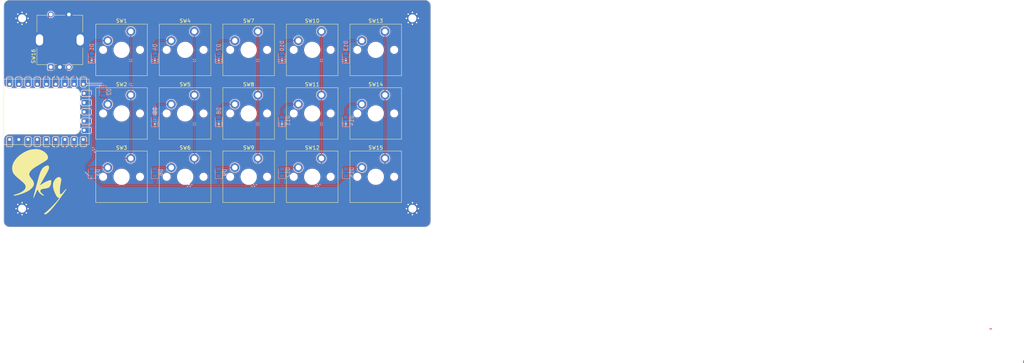
<source format=kicad_pcb>
(kicad_pcb (version 20240225) (generator "pcbnew") (generator_version "8.99")
  (layers (0 "F.Cu" signal) (31 "B.Cu" signal) (34 "B.Paste" user) (35 "F.Paste" user) (36 "B.SilkS" user "B.Silkscreen") (37 "F.SilkS" user "F.Silkscreen") (38 "B.Mask" user) (39 "F.Mask" user) (44 "Edge.Cuts" user))
  (net 0 "")
  (net 1 "GND")
  (net 2 "Row0")
  (net 3 "Net-(D1-A)")
  (net 4 "Row1")
  (net 5 "Net-(D2-A)")
  (net 6 "Row2")
  (net 7 "Net-(D3-A)")
  (net 8 "Net-(D4-A)")
  (net 9 "Net-(D5-A)")
  (net 10 "Net-(D6-A)")
  (net 11 "Net-(D7-A)")
  (net 12 "Net-(D8-A)")
  (net 13 "Net-(D9-A)")
  (net 14 "Net-(D10-A)")
  (net 15 "Net-(D11-A)")
  (net 16 "Net-(D12-A)")
  (net 17 "Net-(D13-A)")
  (net 18 "Net-(D14-A)")
  (net 19 "Net-(D15-A)")
  (net 20 "Col0")
  (net 21 "Col1")
  (net 22 "Col2")
  (net 23 "Col3")
  (net 24 "Col4")
  (net 25 "+3.3V")
  (net 26 "+5V")
  (net 27 "Rot_SW")
  (net 28 "Rot_A")
  (net 29 "Rot_B")
  (footprint "PCM_Switch_Keyboard_Cherry_MX:SW_Cherry_MX_PCB" (layer "F.Cu") (at 122.4 78.7)
    (property "Reference" "SW15")
    (property "Value" "Cherry")
  )
  (footprint "PCM_Switch_Keyboard_Cherry_MX:SW_Cherry_MX_PCB" (layer "F.Cu") (at 104.9 43.7)
    (property "Reference" "SW10")
    (property "Value" "Cherry")
  )
  (footprint "RP2040-Zero:RP2040-Zero" (layer "F.Cu") (at 44.42 70.955 90)
    (property "Reference" "RZ1" (hide yes))
    (property "Value" "RP2040-Zero" (hide yes))
  )
  (footprint "PCM_Switch_Keyboard_Cherry_MX:SW_Cherry_MX_PCB" (layer "F.Cu") (at 52.4 61.24)
    (property "Reference" "SW2")
    (property "Value" "Cherry")
  )
  (footprint "PCM_Switch_Keyboard_Cherry_MX:SW_Cherry_MX_PCB" (layer "F.Cu") (at 52.4 43.7)
    (property "Reference" "SW1")
    (property "Value" "Cherry")
  )
  (footprint "MountingHole:MountingHole_2.2mm_M2_Pad_Via" (layer "F.Cu") (at 25 87.5)
    (property "Reference" "H3" (hide yes))
    (property "Value" "GND" (hide yes))
  )
  (footprint "PCM_Switch_Keyboard_Cherry_MX:SW_Cherry_MX_PCB" (layer "F.Cu") (at 69.9 61.24)
    (property "Reference" "SW5")
    (property "Value" "Cherry")
  )
  (footprint "PCM_Switch_Keyboard_Cherry_MX:SW_Cherry_MX_PCB" (layer "F.Cu") (at 104.9 78.7)
    (property "Reference" "SW12")
    (property "Value" "Cherry")
  )
  (footprint "Rotary_Encoder:RotaryEncoder_Bourns_Vertical_PEC12R-3x17F-Sxxxx" (layer "F.Cu") (at 32.9 48.45 90)
    (property "Reference" "SW16")
    (property "Value" "RotaryEncoder_Switch")
  )
  (footprint "MountingHole:MountingHole_2.2mm_M2_Pad_Via" (layer "F.Cu") (at 132.5 35)
    (property "Reference" "H2" (hide yes))
    (property "Value" "GND" (hide yes))
  )
  (footprint "PCM_Switch_Keyboard_Cherry_MX:SW_Cherry_MX_PCB" (layer "F.Cu") (at 87.4 61.24)
    (property "Reference" "SW8")
    (property "Value" "Cherry")
  )
  (footprint "PCM_Switch_Keyboard_Cherry_MX:SW_Cherry_MX_PCB" (layer "F.Cu") (at 122.4 43.7)
    (property "Reference" "SW13")
    (property "Value" "Cherry")
  )
  (footprint "PCM_Switch_Keyboard_Cherry_MX:SW_Cherry_MX_PCB" (layer "F.Cu") (at 69.9 43.7)
    (property "Reference" "SW4")
    (property "Value" "Cherry")
  )
  (footprint "PCM_Switch_Keyboard_Cherry_MX:SW_Cherry_MX_PCB" (layer "F.Cu") (at 87.4 78.7)
    (property "Reference" "SW9")
    (property "Value" "Cherry")
  )
  (footprint "PCM_Switch_Keyboard_Cherry_MX:SW_Cherry_MX_PCB" (layer "F.Cu") (at 69.9 78.7)
    (property "Reference" "SW6")
    (property "Value" "Cherry")
  )
  (footprint "PCM_Switch_Keyboard_Cherry_MX:SW_Cherry_MX_PCB" (layer "F.Cu") (at 52.4 78.7)
    (property "Reference" "SW3")
    (property "Value" "Cherry")
  )
  (footprint "PCM_Switch_Keyboard_Cherry_MX:SW_Cherry_MX_PCB" (layer "F.Cu") (at 104.9 61.24)
    (property "Reference" "SW11")
    (property "Value" "Cherry")
  )
  (footprint "PCM_Switch_Keyboard_Cherry_MX:SW_Cherry_MX_PCB" (layer "F.Cu") (at 87.4 43.7)
    (property "Reference" "SW7")
    (property "Value" "Cherry")
  )
  (footprint "MountingHole:MountingHole_2.2mm_M2_Pad_Via" (layer "F.Cu") (at 25 35)
    (property "Reference" "H1" (hide yes))
    (property "Value" "GND" (hide yes))
  )
  (footprint "MountingHole:MountingHole_2.2mm_M2_Pad_Via" (layer "F.Cu") (at 132.5 87.5)
    (property "Reference" "H4" (hide yes))
    (property "Value" "GND" (hide yes))
  )
  (footprint "PCM_Switch_Keyboard_Cherry_MX:SW_Cherry_MX_PCB" (layer "F.Cu") (at 122.4 61.24)
    (property "Reference" "SW14")
    (property "Value" "Cherry")
  )
  (footprint "Diode_SMD:D_0805_2012Metric" (layer "B.Cu") (at 47.25 55.3125 -90)
    (property "Reference" "D2")
    (property "Value" "D_Small")
  )
  (footprint "Diode_SMD:D_0805_2012Metric" (layer "B.Cu") (at 44.18 45.6625 90)
    (property "Reference" "D1")
    (property "Value" "D_Small")
  )
  (footprint "Diode_SMD:D_0805_2012Metric" (layer "B.Cu") (at 79.18 77.5 90)
    (property "Reference" "D9")
    (property "Value" "D_Small")
  )
  (footprint "Diode_SMD:D_0805_2012Metric" (layer "B.Cu") (at 114.18 77.5 90)
    (property "Reference" "D15")
    (property "Value" "D_Small")
  )
  (footprint "Diode_SMD:D_0805_2012Metric" (layer "B.Cu") (at 79.18 63.2025 90)
    (property "Reference" "D8")
    (property "Value" "D_Small")
  )
  (footprint "Diode_SMD:D_0805_2012Metric" (layer "B.Cu") (at 61.58 77.5 90)
    (property "Reference" "D6")
    (property "Value" "D_Small")
  )
  (footprint "Diode_SMD:D_0805_2012Metric" (layer "B.Cu") (at 79.18 45.6625 90)
    (property "Reference" "D7")
    (property "Value" "D_Small")
  )
  (footprint "Diode_SMD:D_0805_2012Metric" (layer "B.Cu") (at 61.58 45.6625 90)
    (property "Reference" "D4")
    (property "Value" "D_Small")
  )
  (footprint "Diode_SMD:D_0805_2012Metric" (layer "B.Cu") (at 96.58 45.6625 90)
    (property "Reference" "D10")
    (property "Value" "D_Small")
  )
  (footprint "Diode_SMD:D_0805_2012Metric" (layer "B.Cu") (at 114.18 45.6625 90)
    (property "Reference" "D13")
    (property "Value" "D_Small")
  )
  (footprint "Diode_SMD:D_0805_2012Metric" (layer "B.Cu") (at 114.18 63.2025 90)
    (property "Reference" "D14")
    (property "Value" "D_Small")
  )
  (footprint "Diode_SMD:D_0805_2012Metric" (layer "B.Cu") (at 44.18 77.5 90)
    (property "Reference" "D3")
    (property "Value" "D_Small")
  )
  (footprint "Diode_SMD:D_0805_2012Metric" (layer "B.Cu") (at 96.58 77.5 90)
    (property "Reference" "D12")
    (property "Value" "D_Small")
  )
  (footprint "Diode_SMD:D_0805_2012Metric" (layer "B.Cu") (at 61.58 63.2025 90)
    (property "Reference" "D5")
    (property "Value" "D_Small")
  )
  (footprint "Diode_SMD:D_0805_2012Metric" (layer "B.Cu") (at 96.58 63.2025 90)
    (property "Reference" "D11")
    (property "Value" "D_Small")
  )
  (gr_line (start 300.85 129.45) (end 300.85 130) (stroke (width 0.2)) (layer "F.Cu"))
  (gr_line (start 292.05 120.65) (end 291.5 120.65) (stroke (width 0.2)) (layer "F.Cu"))
  (gr_poly (pts (xy 35.151934 78.773721) (xy 35.175252 78.775168) (xy 35.198652 78.777705) (xy 35.222098 78.781306) (xy 35.268981 78.791597) (xy 35.315605 78.805833) (xy 35.361677 78.823806) (xy 35.4069 78.845309) (xy 35.450981 78.870134) (xy 35.493623 78.898073) (xy 35.534533 78.928917) (xy 35.573415 78.96246) (xy 35.609974 78.998494) (xy 35.643915 79.03681) (xy 35.674943 79.077201) (xy 35.702764 79.119458) (xy 35.727082 79.163376) (xy 35.747603 79.208744) (xy 35.765886 79.256047) (xy 35.781315 79.301502) (xy 35.787906 79.324105) (xy 35.79372 79.346927) (xy 35.798735 79.370197) (xy 35.802931 79.394141) (xy 35.806285 79.418988) (xy 35.808777 79.444963) (xy 35.810386 79.472296) (xy 35.81109 79.501212) (xy 35.810868 79.531939) (xy 35.809699 79.564706) (xy 35.807561 79.599738) (xy 35.804434 79.637264) (xy 35.795125 79.720705) (xy 35.781602 79.816847) (xy 35.763697 79.92751) (xy 35.741237 80.054513) (xy 35.714055 80.199673) (xy 35.681979 80.36481) (xy 35.602468 80.76229) (xy 35.56178 80.973876) (xy 35.527641 81.174921) (xy 35.499596 81.369873) (xy 35.477195 81.563182) (xy 35.459983 81.759298) (xy 35.447509 81.96267) (xy 35.439319 82.177747) (xy 35.434962 82.408979) (xy 35.432805 82.674042) (xy 35.433438 82.881482) (xy 35.437913 83.040061) (xy 35.441922 83.103766) (xy 35.447286 83.158541) (xy 35.454139 83.205481) (xy 35.462611 83.245681) (xy 35.472834 83.280238) (xy 35.484941 83.310245) (xy 35.499062 83.336798) (xy 35.515331 83.360993) (xy 35.533878 83.383924) (xy 35.554835 83.406686) (xy 35.568926 83.420643) (xy 35.583386 83.433678) (xy 35.598127 83.445752) (xy 35.613056 83.456827) (xy 35.628085 83.466868) (xy 35.643122 83.475834) (xy 35.658077 83.48369) (xy 35.672861 83.490396) (xy 35.687382 83.495917) (xy 35.70155 83.500213) (xy 35.715275 83.503247) (xy 35.728467 83.504982) (xy 35.741036 83.505379) (xy 35.747058 83.505065) (xy 35.75289 83.504402) (xy 35.758521 83.503386) (xy 35.76394 83.502012) (xy 35.769136 83.500275) (xy 35.774096 83.498171) (xy 35.785882 83.490773) (xy 35.802456 83.477581) (xy 35.823515 83.458919) (xy 35.848755 83.435112) (xy 35.877871 83.406482) (xy 35.910559 83.373356) (xy 35.985437 83.294906) (xy 36.070957 83.202356) (xy 36.164687 83.098299) (xy 36.264194 82.985328) (xy 36.367046 82.866036) (xy 36.552793 82.651797) (xy 36.71705 82.469795) (xy 36.85986 82.319991) (xy 36.923236 82.257151) (xy 36.981266 82.202346) (xy 37.033955 82.155572) (xy 37.08131 82.116822) (xy 37.123335 82.086093) (xy 37.160035 82.063379) (xy 37.191417 82.048675) (xy 37.217484 82.041977) (xy 37.228527 82.041629) (xy 37.238243 82.04328) (xy 37.246634 82.04693) (xy 37.253699 82.052579) (xy 37.255028 82.059879) (xy 37.251362 82.073739) (xy 37.229275 82.120815) (xy 37.187894 82.193152) (xy 37.127677 82.290096) (xy 36.952562 82.555185) (xy 36.707585 82.910847) (xy 36.396401 83.351845) (xy 36.022666 83.872943) (xy 35.590035 84.468905) (xy 35.102165 85.134495) (xy 34.705394 85.669742) (xy 34.349389 86.14142) (xy 34.026837 86.558527) (xy 33.730427 86.930067) (xy 33.452845 87.265038) (xy 33.186778 87.572444) (xy 32.924914 87.861284) (xy 32.65994 88.14056) (xy 32.511275 88.290968) (xy 32.369568 88.428251) (xy 32.23481 88.552414) (xy 32.106992 88.663464) (xy 31.986102 88.761404) (xy 31.872132 88.846241) (xy 31.765071 88.91798) (xy 31.66491 88.976626) (xy 31.571638 89.022184) (xy 31.485246 89.05466) (xy 31.444627 89.065994) (xy 31.405725 89.074059) (xy 31.368537 89.078856) (xy 31.333063 89.080386) (xy 31.299302 89.07865) (xy 31.267252 89.073647) (xy 31.236912 89.06538) (xy 31.208281 89.053847) (xy 31.181358 89.039051) (xy 31.156141 89.020992) (xy 31.132629 88.99967) (xy 31.110821 88.975086) (xy 31.11082 88.975088) (xy 31.097797 88.958197) (xy 31.092081 88.950234) (xy 31.086911 88.942555) (xy 31.082297 88.935133) (xy 31.07825 88.92794) (xy 31.074782 88.920948) (xy 31.071903 88.914129) (xy 31.069625 88.907457) (xy 31.067958 88.900902) (xy 31.066914 88.894437) (xy 31.066504 88.888035) (xy 31.066739 88.881667) (xy 31.067629 88.875307) (xy 31.069187 88.868925) (xy 31.071423 88.862495) (xy 31.074347 88.855989) (xy 31.077972 88.849379) (xy 31.082308 88.842637) (xy 31.087367 88.835736) (xy 31.093159 88.828647) (xy 31.099695 88.821343) (xy 31.106987 88.813796) (xy 31.115046 88.805979) (xy 31.123882 88.797864) (xy 31.133507 88.789422) (xy 31.155167 88.771451) (xy 31.180115 88.751842) (xy 31.208439 88.730374) (xy 31.399221 88.582165) (xy 31.609237 88.409089) (xy 32.074228 88.001069) (xy 32.577919 87.531782) (xy 33.094815 87.026697) (xy 33.599423 86.511282) (xy 34.066249 86.011006) (xy 34.4698 85.551338) (xy 34.63988 85.344691) (xy 34.784581 85.157747) (xy 34.947507 84.936254) (xy 35.080928 84.750153) (xy 35.132272 84.67648) (xy 35.171078 84.618982) (xy 35.195623 84.5801) (xy 35.20201 84.568404) (xy 35.204187 84.562279) (xy 35.203959 84.560622) (xy 35.203281 84.558892) (xy 35.202166 84.557094) (xy 35.200625 84.555232) (xy 35.198668 84.55331) (xy 35.196306 84.551332) (xy 35.193552 84.549303) (xy 35.190416 84.547227) (xy 35.183042 84.542953) (xy 35.174276 84.538543) (xy 35.164205 84.534032) (xy 35.15292 84.529455) (xy 35.14051 84.524848) (xy 35.127065 84.520243) (xy 35.112674 84.515677) (xy 35.097426 84.511184) (xy 35.081411 84.506798) (xy 35.064719 84.502554) (xy 35.047439 84.498488) (xy 35.02966 84.494633) (xy 35.00052 84.488011) (xy 34.972081 84.480351) (xy 34.94428 84.471576) (xy 34.917056 84.461609) (xy 34.890349 84.450375) (xy 34.864096 84.437796) (xy 34.838236 84.423798) (xy 34.812708 84.408303) (xy 34.78745 84.391234) (xy 34.762402 84.372517) (xy 34.7375 84.352074) (xy 34.712685 84.32983) (xy 34.687894 84.305707) (xy 34.663067 84.279629) (xy 34.638142 84.251521) (xy 34.613057 84.221306) (xy 34.587751 84.188908) (xy 34.562163 84.15425) (xy 34.536231 84.117256) (xy 34.509894 84.07785) (xy 34.455759 83.991495) (xy 34.399266 83.894576) (xy 34.339924 83.786482) (xy 34.277242 83.666602) (xy 34.210729 83.534326) (xy 34.139893 83.389044) (xy 33.983067 83.046752) (xy 33.848262 82.716985) (xy 33.73549 82.3994) (xy 33.644764 82.093654) (xy 33.576093 81.799404) (xy 33.52949 81.516308) (xy 33.504967 81.244023) (xy 33.502534 80.982206) (xy 33.522204 80.730515) (xy 33.563987 80.488607) (xy 33.627896 80.256139) (xy 33.713941 80.032769) (xy 33.822135 79.818153) (xy 33.952488 79.611949) (xy 34.105013 79.413815) (xy 34.279721 79.223407) (xy 34.325077 79.180059) (xy 34.373992 79.137399) (xy 34.425922 79.095715) (xy 34.480326 79.055294) (xy 34.536661 79.016424) (xy 34.594385 78.979391) (xy 34.652957 78.944485) (xy 34.711833 78.911991) (xy 34.770471 78.882197) (xy 34.828329 78.855391) (xy 34.884866 78.83186) (xy 34.939538 78.811891) (xy 34.991803 78.795773) (xy 35.041119 78.783791) (xy 35.086945 78.776235) (xy 35.128737 78.773391)) (fill solid) (layer "F.SilkS"))
  (gr_poly (pts (xy 28.908016 71.081656) (xy 29.050623 71.086356) (xy 29.187221 71.094684) (xy 29.318702 71.106801) (xy 29.445961 71.12287) (xy 29.56989 71.143053) (xy 29.691383 71.167514) (xy 29.811334 71.196414) (xy 29.930635 71.229916) (xy 30.05018 71.268183) (xy 30.170863 71.311376) (xy 30.293577 71.35966) (xy 30.419216 71.413195) (xy 30.548672 71.472146) (xy 30.695879 71.545554) (xy 30.838944 71.625633) (xy 30.977341 71.711827) (xy 31.110547 71.803578) (xy 31.238038 71.900329) (xy 31.359289 72.001523) (xy 31.473776 72.106602) (xy 31.580975 72.215009) (xy 31.680362 72.326187) (xy 31.771412 72.43958) (xy 31.853602 72.554629) (xy 31.926406 72.670777) (xy 31.989302 72.787468) (xy 32.041764 72.904144) (xy 32.083269 73.020249) (xy 32.113292 73.135224) (xy 32.12431 73.197913) (xy 32.131192 73.261439) (xy 32.134035 73.325465) (xy 32.132936 73.389655) (xy 32.127993 73.453675) (xy 32.119303 73.517188) (xy 32.106964 73.579858) (xy 32.091073 73.64135) (xy 32.071727 73.701328) (xy 32.049024 73.759456) (xy 32.023062 73.815398) (xy 31.993937 73.868818) (xy 31.961748 73.919382) (xy 31.926591 73.966752) (xy 31.888564 74.010594) (xy 31.847764 74.050571) (xy 31.806533 74.084698) (xy 31.748097 74.128507) (xy 31.582857 74.24313) (xy 31.358546 74.390366) (xy 31.081665 74.566139) (xy 30.758715 74.766374) (xy 30.396196 74.986996) (xy 30.000611 75.223929) (xy 29.578459 75.473099) (xy 29.068717 75.778722) (xy 28.629528 76.057586) (xy 28.434599 76.188429) (xy 28.255157 76.314316) (xy 28.090486 76.435827) (xy 27.939868 76.553539) (xy 27.802587 76.66803) (xy 27.677925 76.779879) (xy 27.565166 76.889665) (xy 27.463593 76.997964) (xy 27.372489 77.105356) (xy 27.291137 77.212419) (xy 27.21882 77.319731) (xy 27.154821 77.42787) (xy 27.100068 77.533405) (xy 27.076346 77.584648) (xy 27.055103 77.635042) (xy 27.036368 77.684712) (xy 27.020172 77.733783) (xy 27.006545 77.782381) (xy 26.995519 77.83063) (xy 26.987124 77.878657) (xy 26.98139 77.926585) (xy 26.978349 77.97454) (xy 26.97803 78.022648) (xy 26.980464 78.071034) (xy 26.985683 78.119822) (xy 26.993716 78.169138) (xy 27.004594 78.219108) (xy 27.018348 78.269856) (xy 27.035009 78.321507) (xy 27.054607 78.374188) (xy 27.077172 78.428022) (xy 27.102736 78.483135) (xy 27.131329 78.539653) (xy 27.197723 78.657403) (xy 27.276601 78.782272) (xy 27.368207 78.915263) (xy 27.472786 79.057377) (xy 27.590583 79.209615) (xy 27.769407 79.439803) (xy 27.845545 79.541369) (xy 27.913498 79.635172) (xy 27.973762 79.722151) (xy 28.026835 79.803247) (xy 28.073213 79.879401) (xy 28.113395 79.951554) (xy 28.147877 80.020646) (xy 28.177156 80.087618) (xy 28.201731 80.15341) (xy 28.222097 80.218963) (xy 28.238753 80.285218) (xy 28.252195 80.353116) (xy 28.262921 80.423596) (xy 28.271428 80.4976) (xy 28.276434 80.551993) (xy 28.280147 80.602505) (xy 28.282465 80.649688) (xy 28.283284 80.694095) (xy 28.282503 80.736281) (xy 28.280018 80.776797) (xy 28.275727 80.816198) (xy 28.269527 80.855037) (xy 28.261316 80.893866) (xy 28.25099 80.933239) (xy 28.238448 80.973709) (xy 28.223587 81.01583) (xy 28.206303 81.060154) (xy 28.186495 81.107234) (xy 28.16406 81.157625) (xy 28.138894 81.211879) (xy 28.095642 81.296308) (xy 28.044683 81.382672) (xy 27.986388 81.470609) (xy 27.921124 81.559757) (xy 27.849262 81.649755) (xy 27.771172 81.740242) (xy 27.687221 81.830854) (xy 27.597781 81.921231) (xy 27.503219 82.011012) (xy 27.403907 82.099833) (xy 27.300212 82.187335) (xy 27.192504 82.273154) (xy 27.081153 82.35693) (xy 26.966529 82.438301) (xy 26.848999 82.516904) (xy 26.728935 82.59238) (xy 26.551385 82.695297) (xy 26.356003 82.79911) (xy 26.145053 82.903023) (xy 25.920795 83.006239) (xy 25.685492 83.107961) (xy 25.441407 83.207392) (xy 24.93594 83.396194) (xy 24.42249 83.566271) (xy 24.168427 83.642296) (xy 23.919156 83.711249) (xy 23.676938 83.772333) (xy 23.444036 83.824752) (xy 23.222712 83.867709) (xy 23.015228 83.900407) (xy 22.914481 83.913488) (xy 22.872743 83.918187) (xy 22.836378 83.92158) (xy 22.805101 83.92361) (xy 22.778624 83.924217) (xy 22.75666 83.923343) (xy 22.738921 83.92093) (xy 22.725121 83.916919) (xy 22.719609 83.914296) (xy 22.714973 83.911252) (xy 22.711178 83.907779) (xy 22.708189 83.90387) (xy 22.705969 83.899518) (xy 22.704482 83.894715) (xy 22.703693 83.889455) (xy 22.703565 83.883729) (xy 22.705151 83.870852) (xy 22.708954 83.856027) (xy 22.714685 83.839195) (xy 22.714684 83.839196) (xy 22.718622 83.827541) (xy 22.721668 83.816335) (xy 22.723836 83.805617) (xy 22.725138 83.795427) (xy 22.725587 83.785801) (xy 22.725196 83.77678) (xy 22.724689 83.772508) (xy 22.723977 83.768401) (xy 22.723062 83.764465) (xy 22.721944 83.760704) (xy 22.720627 83.757122) (xy 22.71911 83.753726) (xy 22.717396 83.750519) (xy 22.715487 83.747506) (xy 22.713383 83.744692) (xy 22.711087 83.742083) (xy 22.708601 83.739682) (xy 22.705925 83.737495) (xy 22.703062 83.735526) (xy 22.700013 83.73378) (xy 22.696779 83.732263) (xy 22.693362 83.730979) (xy 22.689765 83.729932) (xy 22.685988 83.729128) (xy 22.682033 83.728571) (xy 22.677901 83.728266) (xy 22.674715 83.727903) (xy 22.673033 83.727146) (xy 22.672825 83.726005) (xy 22.67406 83.72449) (xy 22.680732 83.720381) (xy 22.692797 83.714897) (xy 22.710006 83.708121) (xy 22.732107 83.700131) (xy 22.789982 83.680837) (xy 22.864417 83.65766) (xy 22.953405 83.631245) (xy 23.05494 83.602236) (xy 23.167017 83.571277) (xy 23.475531 83.481368) (xy 23.769978 83.383443) (xy 24.049552 83.278098) (xy 24.313449 83.165928) (xy 24.560863 83.047529) (xy 24.790988 82.923496) (xy 25.003018 82.794423) (xy 25.196149 82.660906) (xy 25.369576 82.523541) (xy 25.522492 82.382922) (xy 25.654092 82.239645) (xy 25.763571 82.094305) (xy 25.850123 81.947496) (xy 25.88455 81.873728) (xy 25.912943 81.799815) (xy 25.935202 81.725834) (xy 25.951226 81.651857) (xy 25.960914 81.577959) (xy 25.964166 81.504216) (xy 25.960999 81.398842) (xy 25.956802 81.347947) (xy 25.950652 81.297982) (xy 25.94239 81.248747) (xy 25.931858 81.200044) (xy 25.918896 81.151674) (xy 25.903347 81.103438) (xy 25.885052 81.055138) (xy 25.863853 81.006573) (xy 25.83959 80.957546) (xy 25.812106 80.907858) (xy 25.781242 80.85731) (xy 25.746839 80.805702) (xy 25.708739 80.752837) (xy 25.666783 80.698514) (xy 25.620813 80.642536) (xy 25.570671 80.584704) (xy 25.457233 80.46268) (xy 25.325203 80.330851) (xy 25.173311 80.187628) (xy 25.00029 80.031418) (xy 24.804871 79.860631) (xy 24.585787 79.673676) (xy 24.341769 79.468963) (xy 23.937578 79.127474) (xy 23.594375 78.826852) (xy 23.306794 78.561514) (xy 23.182185 78.440332) (xy 23.06947 78.325877) (xy 22.967977 78.217452) (xy 22.877036 78.114359) (xy 22.795976 78.0159) (xy 22.724126 77.921376) (xy 22.660817 77.83009) (xy 22.605376 77.741344) (xy 22.557133 77.654441) (xy 22.515417 77.568682) (xy 22.439819 77.385742) (xy 22.377382 77.200328) (xy 22.327955 77.012701) (xy 22.291385 76.823124) (xy 22.267521 76.631858) (xy 22.256209 76.439167) (xy 22.257299 76.245311) (xy 22.270638 76.050555) (xy 22.296073 75.855158) (xy 22.333454 75.659385) (xy 22.382626 75.463497) (xy 22.443439 75.267756) (xy 22.51574 75.072424) (xy 22.599378 74.877764) (xy 22.694199 74.684037) (xy 22.800052 74.491507) (xy 22.916785 74.300434) (xy 23.044245 74.111083) (xy 23.18228 73.923713) (xy 23.330739 73.738589) (xy 23.489469 73.555971) (xy 23.658318 73.376122) (xy 23.837134 73.199305) (xy 24.025765 73.025782) (xy 24.224058 72.855814) (xy 24.431861 72.689664) (xy 24.649023 72.527594) (xy 24.875391 72.369866) (xy 25.110813 72.216743) (xy 25.355137 72.068487) (xy 25.60821 71.925359) (xy 25.869881 71.787623) (xy 26.046069 71.700013) (xy 26.2158 71.619437) (xy 26.380004 71.545641) (xy 26.539612 71.47837) (xy 26.695555 71.417371) (xy 26.848764 71.36239) (xy 27.000169 71.313172) (xy 27.1507 71.269464) (xy 27.301289 71.231013) (xy 27.452867 71.197564) (xy 27.606363 71.168862) (xy 27.762709 71.144655) (xy 27.922835 71.124688) (xy 28.087672 71.108708) (xy 28.258151 71.09646) (xy 28.435202 71.087691) (xy 28.601199 71.082485) (xy 28.758506 71.08042)) (fill solid) (layer "F.SilkS"))
  (gr_poly (pts (xy 32.058554 75.581044) (xy 32.09682 75.586056) (xy 32.133127 75.593847) (xy 32.167462 75.604413) (xy 32.199812 75.61775) (xy 32.230165 75.633852) (xy 32.258509 75.652716) (xy 32.284831 75.674337) (xy 32.309119 75.698711) (xy 32.33136 75.725832) (xy 32.351542 75.755698) (xy 32.369652 75.788302) (xy 32.385679 75.823641) (xy 32.399608 75.861711) (xy 32.411429 75.902506) (xy 32.421129 75.946022) (xy 32.428695 75.992256) (xy 32.434114 76.041202) (xy 32.437375 76.092856) (xy 32.438465 76.147213) (xy 32.435912 76.226596) (xy 32.427405 76.308399) (xy 32.411669 76.395256) (xy 32.387431 76.489797) (xy 32.353417 76.594655) (xy 32.308353 76.712461) (xy 32.250965 76.845847) (xy 32.179979 76.997445) (xy 32.094122 77.169887) (xy 31.992119 77.365805) (xy 31.872696 77.58783) (xy 31.734581 77.838594) (xy 31.576498 78.12073) (xy 31.397175 78.436868) (xy 30.969709 79.181681) (xy 30.2313 80.47168) (xy 30.006674 80.87169) (xy 29.924175 81.027615) (xy 29.924647 81.028984) (xy 29.92605 81.029679) (xy 29.928359 81.029714) (xy 29.931552 81.029103) (xy 29.940495 81.025998) (xy 29.952694 81.020479) (xy 29.967964 81.012658) (xy 29.986119 81.002649) (xy 30.006975 80.990564) (xy 30.030345 80.976517) (xy 30.056045 80.96062) (xy 30.083889 80.942987) (xy 30.145268 80.902964) (xy 30.213001 80.857352) (xy 30.285605 80.807055) (xy 30.457574 80.689866) (xy 30.636551 80.574556) (xy 30.820684 80.461975) (xy 31.008124 80.352973) (xy 31.19702 80.248399) (xy 31.385523 80.149102) (xy 31.571783 80.055933) (xy 31.753949 79.96974) (xy 31.930171 79.891373) (xy 32.098599 79.821682) (xy 32.257382 79.761516) (xy 32.404672 79.711724) (xy 32.538617 79.673157) (xy 32.657368 79.646664) (xy 32.759074 79.633093) (xy 32.841886 79.633296) (xy 33.03561 79.652927) (xy 33.028674 80.146567) (xy 33.024959 80.289378) (xy 33.021712 80.353534) (xy 33.017341 80.413746) (xy 33.011698 80.470684) (xy 33.004636 80.525014) (xy 32.996005 80.577405) (xy 32.985658 80.628524) (xy 32.973446 80.67904) (xy 32.959221 80.72962) (xy 32.942835 80.780932) (xy 32.92414 80.833644) (xy 32.902988 80.888424) (xy 32.87923 80.94594) (xy 32.823304 81.071849) (xy 32.798322 81.124991) (xy 32.773367 81.175664) (xy 32.748429 81.223882) (xy 32.723501 81.269658) (xy 32.698572 81.313004) (xy 32.673634 81.353933) (xy 32.648676 81.392459) (xy 32.62369 81.428595) (xy 32.598666 81.462352) (xy 32.573596 81.493745) (xy 32.54847 81.522786) (xy 32.523278 81.549488) (xy 32.498011 81.573864) (xy 32.472661 81.595927) (xy 32.447218 81.61569) (xy 32.421672 81.633167) (xy 32.373468 81.661566) (xy 32.318158 81.689904) (xy 32.256257 81.718037) (xy 32.188282 81.745824) (xy 32.114751 81.773122) (xy 32.036181 81.799789) (xy 31.953088 81.825683) (xy 31.865989 81.850661) (xy 31.775402 81.874582) (xy 31.681843 81.897302) (xy 31.58583 81.91868) (xy 31.487878 81.938574) (xy 31.388507 81.956841) (xy 31.288231 81.973339) (xy 31.187569 81.987925) (xy 31.087036 82.000458) (xy 30.888203 82.025947) (xy 30.798837 82.03969) (xy 30.715897 82.05419) (xy 30.639175 82.069517) (xy 30.568464 82.085737) (xy 30.503558 82.102921) (xy 30.44425 82.121136) (xy 30.390332 82.140452) (xy 30.341599 82.160936) (xy 30.297842 82.182657) (xy 30.258857 82.205684) (xy 30.224434 82.230085) (xy 30.194369 82.255929) (xy 30.168453 82.283285) (xy 30.14648 82.31222) (xy 30.126226 82.34433) (xy 30.108487 82.376884) (xy 30.093261 82.409878) (xy 30.080545 82.443307) (xy 30.070337 82.477165) (xy 30.062634 82.511449) (xy 30.057434 82.546152) (xy 30.054734 82.58127) (xy 30.054532 82.616797) (xy 30.056826 82.652729) (xy 30.061614 82.68906) (xy 30.068892 82.725786) (xy 30.078658 82.762902) (xy 30.090911 82.800401) (xy 30.105647 82.838281) (xy 30.122864 82.876534) (xy 30.14256 82.915157) (xy 30.164732 82.954144) (xy 30.189378 82.99349) (xy 30.216495 83.033191) (xy 30.246082 83.07324) (xy 30.278135 83.113634) (xy 30.312652 83.154367) (xy 30.349631 83.195434) (xy 30.38907 83.23683) (xy 30.430965 83.278549) (xy 30.522117 83.362941) (xy 30.623067 83.448567) (xy 30.733797 83.535389) (xy 30.847389 83.622244) (xy 30.893836 83.658794) (xy 30.933713 83.691197) (xy 30.967265 83.719781) (xy 30.994738 83.744875) (xy 31.01638 83.766807) (xy 31.032436 83.785905) (xy 31.038446 83.794494) (xy 31.043152 83.802497) (xy 31.046585 83.809956) (xy 31.048776 83.816912) (xy 31.049754 83.823406) (xy 31.049552 83.829478) (xy 31.0482 83.835171) (xy 31.045729 83.840524) (xy 31.042169 83.845579) (xy 31.037551 83.850377) (xy 31.025265 83.859367) (xy 31.009117 83.86782) (xy 30.989355 83.876067) (xy 30.956315 83.885424) (xy 30.919824 83.889639) (xy 30.880124 83.888907) (xy 30.837456 83.883426) (xy 30.792064 83.873394) (xy 30.74419 83.859006) (xy 30.694076 83.84046) (xy 30.641964 83.817953) (xy 30.532717 83.761845) (xy 30.418387 83.692257) (xy 30.300913 83.610765) (xy 30.182234 83.518946) (xy 30.064288 83.418376) (xy 29.949014 83.310631) (xy 29.838351 83.197288) (xy 29.734237 83.079922) (xy 29.63861 82.960109) (xy 29.55341 82.839427) (xy 29.515326 82.779252) (xy 29.480575 82.719451) (xy 29.4494 82.66022) (xy 29.422044 82.601757) (xy 29.256209 82.222489) (xy 28.840969 83.123811) (xy 28.671362 83.495662) (xy 28.516518 83.841839) (xy 28.393546 84.123669) (xy 28.319555 84.302476) (xy 28.299406 84.352778) (xy 28.279344 84.398399) (xy 28.259536 84.439209) (xy 28.240149 84.475077) (xy 28.221351 84.505873) (xy 28.203309 84.531467) (xy 28.186191 84.551727) (xy 28.178031 84.559817) (xy 28.170164 84.566524) (xy 28.162612 84.571833) (xy 28.155396 84.575727) (xy 28.148536 84.57819) (xy 28.142053 84.579206) (xy 28.135969 84.578758) (xy 28.130304 84.576829) (xy 28.125079 84.573404) (xy 28.120315 84.568467) (xy 28.116034 84.562001) (xy 28.112255 84.553989) (xy 28.109 84.544416) (xy 28.106291 84.533264) (xy 28.104147 84.520519) (xy 28.102589 84.506163) (xy 28.101318 84.472553) (xy 28.101313 84.472553) (xy 28.160008 84.152456) (xy 28.318206 83.487966) (xy 28.825777 81.528142) (xy 29.409368 79.397736) (xy 29.662589 78.520019) (xy 29.854317 77.901403) (xy 29.926085 77.695083) (xy 30 77.5) (xy 30.076292 77.315836) (xy 30.155189 77.142275) (xy 30.23692 76.978998) (xy 30.321713 76.825687) (xy 30.409798 76.682026) (xy 30.501402 76.547695) (xy 30.596756 76.422377) (xy 30.696088 76.305755) (xy 30.799626 76.197511) (xy 30.9076 76.097327) (xy 31.020237 76.004885) (xy 31.137768 75.919867) (xy 31.26042 75.841957) (xy 31.388423 75.770836) (xy 31.511844 75.710623) (xy 31.628024 75.661741) (xy 31.736863 75.624156) (xy 31.788499 75.609588) (xy 31.838262 75.59783) (xy 31.88614 75.588878) (xy 31.932121 75.582728) (xy 31.976191 75.579376) (xy 32.01834 75.578816)) (fill solid) (layer "F.SilkS"))
  (gr_arc (start 20 68.5) (mid 20.43934 67.43934) (end 21.5 67) (stroke (width 0.1)) (layer "Edge.Cuts"))
  (gr_arc (start 41 65.5) (mid 40.56066 66.56066) (end 39.5 67) (stroke (width 0.1)) (layer "Edge.Cuts"))
  (gr_arc (start 137.5 91) (mid 137.06066 92.06066) (end 136 92.5) (stroke (width 0.1)) (layer "Edge.Cuts"))
  (gr_arc (start 20 31.5) (mid 20.43934 30.43934) (end 21.5 30) (stroke (width 0.1)) (layer "Edge.Cuts"))
  (gr_line (start 41 65.5) (end 41 55.75) (stroke (width 0.1)) (layer "Edge.Cuts"))
  (gr_arc (start 136 30) (mid 137.06066 30.43934) (end 137.5 31.5) (stroke (width 0.1)) (layer "Edge.Cuts"))
  (gr_line (start 21.5 30) (end 136 30) (stroke (width 0.1)) (layer "Edge.Cuts"))
  (gr_line (start 137.5 31.5) (end 137.5 91) (stroke (width 0.1)) (layer "Edge.Cuts"))
  (gr_arc (start 21.5 92.5) (mid 20.43934 92.06066) (end 20 91) (stroke (width 0.1)) (layer "Edge.Cuts"))
  (gr_arc (start 21.5 54.25) (mid 20.43934 53.81066) (end 20 52.75) (stroke (width 0.1)) (layer "Edge.Cuts"))
  (gr_arc (start 39.5 54.25) (mid 40.56066 54.68934) (end 41 55.75) (stroke (width 0.1)) (layer "Edge.Cuts"))
  (gr_line (start 39.5 54.25) (end 21.5 54.25) (stroke (width 0.1)) (layer "Edge.Cuts"))
  (gr_line (start 20 52.75) (end 20 31.5) (stroke (width 0.1)) (layer "Edge.Cuts"))
  (gr_line (start 20 91) (end 20 68.5) (stroke (width 0.1)) (layer "Edge.Cuts"))
  (gr_line (start 21.5 67) (end 39.5 67) (stroke (width 0.1)) (layer "Edge.Cuts"))
  (gr_line (start 136 92.5) (end 21.5 92.5) (stroke (width 0.1)) (layer "Edge.Cuts"))
  (segment (start 39.34 53.175) (end 39.34 51.44) (width 0.3) (layer "F.Cu") (net 2))
  (segment (start 44.18 46.6) (end 44.18 46.64) (width 0.3) (layer "F.Cu") (net 2))
  (segment (start 114.18 46.6) (end 44.18 46.6) (width 0.3) (layer "F.Cu") (net 2))
  (segment (start 39.34 51.44) (end 44.18 46.6) (width 0.3) (layer "F.Cu") (net 2))
  (via (at 61.58 46.6) (size 0.8) (drill 0.4) (layers "F.Cu" "B.Cu") (net 2))
  (via (at 44.18 46.6) (size 0.8) (drill 0.4) (layers "F.Cu" "B.Cu") (net 2))
  (via (at 79.18 46.6) (size 0.8) (drill 0.4) (layers "F.Cu" "B.Cu") (net 2))
  (via (at 114.18 46.6) (size 0.8) (drill 0.4) (layers "F.Cu" "B.Cu") (net 2))
  (via (at 96.58 46.6) (size 0.8) (drill 0.4) (layers "F.Cu" "B.Cu") (net 2))
  (segment (start 44.18 42) (end 45.02 41.16) (width 0.3) (layer "B.Cu") (net 3))
  (segment (start 45.02 41.16) (end 48.59 41.16) (width 0.3) (layer "B.Cu") (net 3))
  (segment (start 44.18 44.725) (end 44.18 42) (width 0.3) (layer "B.Cu") (net 3))
  (segment (start 61.58 64.14) (end 61.58 59.58) (width 0.3) (layer "F.Cu") (net 4))
  (segment (start 61.58 59.58) (end 55.175 53.175) (width 0.3) (layer "F.Cu") (net 4))
  (segment (start 61.58 64.14) (end 114.18 64.14) (width 0.3) (layer "F.Cu") (net 4))
  (segment (start 55.175 53.175) (end 41.88 53.175) (width 0.3) (layer "F.Cu") (net 4))
  (via (at 79.18 64.14) (size 0.8) (drill 0.4) (layers "F.Cu" "B.Cu") (net 4))
  (via (at 61.58 64.14) (size 0.8) (drill 0.4) (layers "F.Cu" "B.Cu") (net 4))
  (via (at 114.18 64.14) (size 0.8) (drill 0.4) (layers "F.Cu" "B.Cu") (net 4))
  (via (at 96.58 64.14) (size 0.8) (drill 0.4) (layers "F.Cu" "B.Cu") (net 4))
  (segment (start 47.25 54.375) (end 47.25 53.5) (width 0.3) (layer "B.Cu") (net 4))
  (segment (start 46.925 53.175) (end 41.88 53.175) (width 0.3) (layer "B.Cu") (net 4))
  (segment (start 47.25 53.5) (end 46.925 53.175) (width 0.3) (layer "B.Cu") (net 4))
  (segment (start 48.59 57.59) (end 48.59 58.7) (width 0.3) (layer "B.Cu") (net 5))
  (segment (start 47.25 56.25) (end 48.59 57.59) (width 0.3) (layer "B.Cu") (net 5))
  (segment (start 44.75 57) (end 43.465 55.715) (width 0.3) (layer "B.Cu") (net 6))
  (segment (start 96.58 78.4375) (end 96.58 81.1) (width 0.3) (layer "B.Cu") (net 6))
  (segment (start 79.18 78.4375) (end 79.18 81.1) (width 0.3) (layer "B.Cu") (net 6))
  (segment (start 44.18 78.4375) (end 43.6875 78.4375) (width 0.3) (layer "B.Cu") (net 6))
  (segment (start 111.5175 81.1) (end 114.18 78.4375) (width 0.3) (layer "B.Cu") (net 6))
  (segment (start 96.58 81.1) (end 111.5175 81.1) (width 0.3) (layer "B.Cu") (net 6))
  (segment (start 61.58 81.1) (end 79.18 81.1) (width 0.3) (layer "B.Cu") (net 6))
  (segment (start 44.75 73.5) (end 44.75 57) (width 0.3) (layer "B.Cu") (net 6))
  (segment (start 46.8425 81.1) (end 61.58 81.1) (width 0.3) (layer "B.Cu") (net 6))
  (segment (start 42.75 75.5) (end 44.75 73.5) (width 0.3) (layer "B.Cu") (net 6))
  (segment (start 44.18 78.4375) (end 46.8425 81.1) (width 0.3) (layer "B.Cu") (net 6))
  (segment (start 42.75 77.5) (end 42.75 75.5) (width 0.3) (layer "B.Cu") (net 6))
  (segment (start 61.58 78.4375) (end 61.58 81.1) (width 0.3) (layer "B.Cu") (net 6))
  (segment (start 79.18 81.1) (end 96.58 81.1) (width 0.3) (layer "B.Cu") (net 6))
  (segment (start 43.465 55.715) (end 42.09 55.715) (width 0.3) (layer "B.Cu") (net 6))
  (segment (start 43.6875 78.4375) (end 42.75 77.5) (width 0.3) (layer "B.Cu") (net 6))
  (segment (start 48.59 76.16) (end 44.5825 76.16) (width 0.3) (layer "B.Cu") (net 7))
  (segment (start 44.5825 76.16) (end 44.18 76.5625) (width 0.3) (layer "B.Cu") (net 7))
  (segment (start 62.42 41.16) (end 66.09 41.16) (width 0.3) (layer "B.Cu") (net 8))
  (segment (start 61.58 42) (end 62.42 41.16) (width 0.3) (layer "B.Cu") (net 8))
  (segment (start 61.58 44.725) (end 61.58 42) (width 0.3) (layer "B.Cu") (net 8))
  (segment (start 62.6 58.7) (end 66.09 58.7) (width 0.3) (layer "B.Cu") (net 9))
  (segment (start 61.58 59.72) (end 62.6 58.7) (width 0.3) (layer "B.Cu") (net 9))
  (segment (start 61.58 62.265) (end 61.58 59.72) (width 0.3) (layer "B.Cu") (net 9))
  (segment (start 66.09 76.16) (end 61.9825 76.16) (width 0.3) (layer "B.Cu") (net 10))
  (segment (start 61.9825 76.16) (end 61.58 76.5625) (width 0.3) (layer "B.Cu") (net 10))
  (segment (start 79.18 44.725) (end 79.18 42) (width 0.3) (layer "B.Cu") (net 11))
  (segment (start 80.02 41.16) (end 83.59 41.16) (width 0.3) (layer "B.Cu") (net 11))
  (segment (start 79.18 42) (end 80.02 41.16) (width 0.3) (layer "B.Cu") (net 11))
  (segment (start 80.3 58.7) (end 83.59 58.7) (width 0.3) (layer "B.Cu") (net 12))
  (segment (start 79.18 62.265) (end 79.18 59.82) (width 0.3) (layer "B.Cu") (net 12))
  (segment (start 79.18 59.82) (end 80.3 58.7) (width 0.3) (layer "B.Cu") (net 12))
  (segment (start 79.5825 76.16) (end 79.18 76.5625) (width 0.3) (layer "B.Cu") (net 13))
  (segment (start 83.59 76.16) (end 79.5825 76.16) (width 0.3) (layer "B.Cu") (net 13))
  (segment (start 96.58 42.2) (end 97.62 41.16) (width 0.3) (layer "B.Cu") (net 14))
  (segment (start 97.62 41.16) (end 101.09 41.16) (width 0.3) (layer "B.Cu") (net 14))
  (segment (start 96.58 44.725) (end 96.58 42.2) (width 0.3) (layer "B.Cu") (net 14))
  (segment (start 96.58 62.265) (end 96.58 59.92) (width 0.3) (layer "B.Cu") (net 15))
  (segment (start 97.8 58.7) (end 101.09 58.7) (width 0.3) (layer "B.Cu") (net 15))
  (segment (start 96.58 59.92) (end 97.8 58.7) (width 0.3) (layer "B.Cu") (net 15))
  (segment (start 101.09 76.16) (end 96.9825 76.16) (width 0.3) (layer "B.Cu") (net 16))
  (segment (start 96.9825 76.16) (end 96.58 76.5625) (width 0.3) (layer "B.Cu") (net 16))
  (segment (start 115.42 41.16) (end 118.59 41.16) (width 0.3) (layer "B.Cu") (net 17))
  (segment (start 114.18 44.725) (end 114.18 42.4) (width 0.3) (layer "B.Cu") (net 17))
  (segment (start 114.18 42.4) (end 115.42 41.16) (width 0.3) (layer "B.Cu") (net 17))
  (segment (start 114.18 62.265) (end 114.18 59.82) (width 0.3) (layer "B.Cu") (net 18))
  (segment (start 115.3 58.7) (end 118.59 58.7) (width 0.3) (layer "B.Cu") (net 18))
  (segment (start 114.18 59.82) (end 115.3 58.7) (width 0.3) (layer "B.Cu") (net 18))
  (segment (start 114.5825 76.16) (end 114.18 76.5625) (width 0.3) (layer "B.Cu") (net 19))
  (segment (start 118.59 76.16) (end 114.5825 76.16) (width 0.3) (layer "B.Cu") (net 19))
  (segment (start 41.88 68.415) (end 47.085 73.62) (width 0.3) (layer "F.Cu") (net 20))
  (segment (start 47.085 73.62) (end 54.94 73.62) (width 0.3) (layer "F.Cu") (net 20))
  (segment (start 54.94 38.62) (end 54.94 73.62) (width 0.3) (layer "B.Cu") (net 20))
  (segment (start 47.158439 82.5) (end 69.747056 82.5) (width 0.3) (layer "F.Cu") (net 21))
  (segment (start 39.34 68.415) (end 39.34 74.681561) (width 0.3) (layer "F.Cu") (net 21))
  (segment (start 72.44 79.807056) (end 72.44 73.62) (width 0.3) (layer "F.Cu") (net 21))
  (segment (start 39.34 74.681561) (end 47.158439 82.5) (width 0.3) (layer "F.Cu") (net 21))
  (segment (start 69.747056 82.5) (end 72.44 79.807056) (width 0.3) (layer "F.Cu") (net 21))
  (segment (start 72.44 38.62) (end 72.44 73.62) (width 0.3) (layer "B.Cu") (net 21))
  (segment (start 36.8 72.848668) (end 46.951332 83) (width 0.3) (layer "F.Cu") (net 22))
  (segment (start 87 83) (end 89.94 80.06) (width 0.3) (layer "F.Cu") (net 22))
  (segment (start 36.8 68.415) (end 36.8 72.848668) (width 0.3) (layer "F.Cu") (net 22))
  (segment (start 89.94 80.06) (end 89.94 73.62) (width 0.3) (layer "F.Cu") (net 22))
  (segment (start 46.951332 83) (end 87 83) (width 0.3) (layer "F.Cu") (net 22))
  (segment (start 89.94 38.62) (end 89.94 73.62) (width 0.3) (layer "B.Cu") (net 22))
  (segment (start 107.44 80.06) (end 107.44 73.62) (width 0.3) (layer "F.Cu") (net 23))
  (segment (start 46.744225 83.5) (end 104 83.5) (width 0.3) (layer "F.Cu") (net 23))
  (segment (start 104 83.5) (end 107.44 80.06) (width 0.3) (layer "F.Cu") (net 23))
  (segment (start 34.26 68.415) (end 34.26 71.015775) (width 0.3) (layer "F.Cu") (net 23))
  (segment (start 34.26 71.015775) (end 46.744225 83.5) (width 0.3) (layer "F.Cu") (net 23))
  (segment (start 107.44 38.62) (end 107.44 73.62) (width 0.3) (layer "B.Cu") (net 23))
  (segment (start 124.94 79.807056) (end 124.94 73.62) (width 0.3) (layer "F.Cu") (net 24))
  (segment (start 31.72 69.182882) (end 46.537118 84) (width 0.3) (layer "F.Cu") (net 24))
  (segment (start 46.537118 84) (end 120.747056 84) (width 0.3) (layer "F.Cu") (net 24))
  (segment (start 120.747056 84) (end 124.94 79.807056) (width 0.3) (layer "F.Cu") (net 24))
  (segment (start 31.72 68.415) (end 31.72 69.182882) (width 0.3) (layer "F.Cu") (net 24))
  (segment (start 124.94 38.62) (end 124.94 73.62) (width 0.3) (layer "B.Cu") (net 24))
  (segment (start 32.9 33.95) (end 31.675 35.175) (width 0.3) (layer "F.Cu") (net 27))
  (segment (start 31.675 53.13) (end 31.72 53.175) (width 0.3) (layer "F.Cu") (net 27))
  (segment (start 31.675 35.175) (end 31.675 53.13) (width 0.3) (layer "F.Cu") (net 27))
  (segment (start 34.26 53.175) (end 34.26 49.81) (width 0.3) (layer "F.Cu") (net 28))
  (segment (start 34.26 49.81) (end 32.9 48.45) (width 0.3) (layer "F.Cu") (net 28))
  (segment (start 36.8 49.55) (end 37.9 48.45) (width 0.3) (layer "F.Cu") (net 29))
  (segment (start 36.8 53.175) (end 36.8 49.55) (width 0.3) (layer "F.Cu") (net 29))
  (zone (net 1) (net_name "GND") (layers "F&B.Cu") (connect_pads yes (clearance 0.1)) (min_thickness 0.25) (fill yes (thermal_gap 0.5) (thermal_bridge_width 0.5) (island_removal_mode 1) (island_area_min 10))
    (polygon (pts (xy 20 30) (xy 137.5 30) (xy 137.5 92.5) (xy 20 92.5)))
  )
)
</source>
